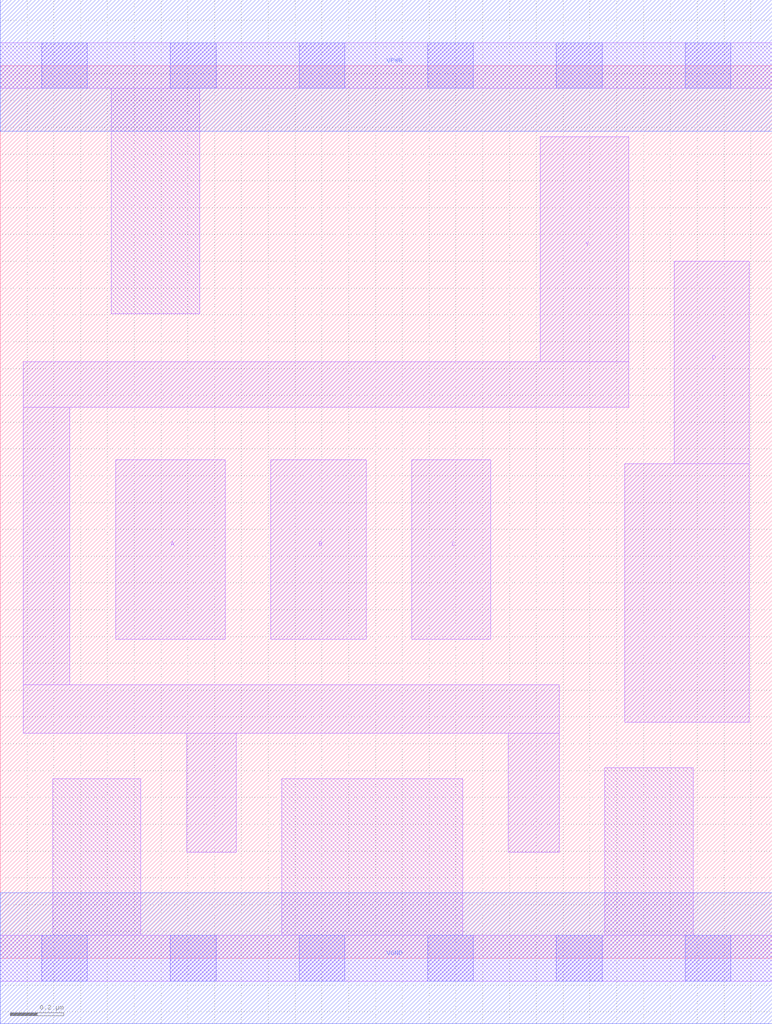
<source format=lef>
# Copyright 2020 The SkyWater PDK Authors
#
# Licensed under the Apache License, Version 2.0 (the "License");
# you may not use this file except in compliance with the License.
# You may obtain a copy of the License at
#
#     https://www.apache.org/licenses/LICENSE-2.0
#
# Unless required by applicable law or agreed to in writing, software
# distributed under the License is distributed on an "AS IS" BASIS,
# WITHOUT WARRANTIES OR CONDITIONS OF ANY KIND, either express or implied.
# See the License for the specific language governing permissions and
# limitations under the License.
#
# SPDX-License-Identifier: Apache-2.0

VERSION 5.7 ;
  NAMESCASESENSITIVE ON ;
  NOWIREEXTENSIONATPIN ON ;
  DIVIDERCHAR "/" ;
  BUSBITCHARS "[]" ;
UNITS
  DATABASE MICRONS 200 ;
END UNITS
MACRO sky130_fd_sc_lp__nor4_0
  CLASS CORE ;
  FOREIGN sky130_fd_sc_lp__nor4_0 ;
  ORIGIN  0.000000  0.000000 ;
  SIZE  2.880000 BY  3.330000 ;
  SYMMETRY X Y R90 ;
  SITE unit ;
  PIN A
    ANTENNAGATEAREA  0.159000 ;
    DIRECTION INPUT ;
    USE SIGNAL ;
    PORT
      LAYER li1 ;
        RECT 0.430000 1.190000 0.840000 1.860000 ;
    END
  END A
  PIN B
    ANTENNAGATEAREA  0.159000 ;
    DIRECTION INPUT ;
    USE SIGNAL ;
    PORT
      LAYER li1 ;
        RECT 1.010000 1.190000 1.365000 1.860000 ;
    END
  END B
  PIN C
    ANTENNAGATEAREA  0.159000 ;
    DIRECTION INPUT ;
    USE SIGNAL ;
    PORT
      LAYER li1 ;
        RECT 1.535000 1.190000 1.830000 1.860000 ;
    END
  END C
  PIN D
    ANTENNAGATEAREA  0.159000 ;
    DIRECTION INPUT ;
    USE SIGNAL ;
    PORT
      LAYER li1 ;
        RECT 2.330000 0.880000 2.795000 1.845000 ;
        RECT 2.515000 1.845000 2.795000 2.600000 ;
    END
  END D
  PIN Y
    ANTENNADIFFAREA  0.404800 ;
    DIRECTION OUTPUT ;
    USE SIGNAL ;
    PORT
      LAYER li1 ;
        RECT 0.085000 0.840000 2.085000 1.020000 ;
        RECT 0.085000 1.020000 0.260000 2.055000 ;
        RECT 0.085000 2.055000 2.345000 2.225000 ;
        RECT 0.695000 0.395000 0.880000 0.840000 ;
        RECT 1.895000 0.395000 2.085000 0.840000 ;
        RECT 2.015000 2.225000 2.345000 3.065000 ;
    END
  END Y
  PIN VGND
    DIRECTION INOUT ;
    USE GROUND ;
    PORT
      LAYER met1 ;
        RECT 0.000000 -0.245000 2.880000 0.245000 ;
    END
  END VGND
  PIN VPWR
    DIRECTION INOUT ;
    USE POWER ;
    PORT
      LAYER met1 ;
        RECT 0.000000 3.085000 2.880000 3.575000 ;
    END
  END VPWR
  OBS
    LAYER li1 ;
      RECT 0.000000 -0.085000 2.880000 0.085000 ;
      RECT 0.000000  3.245000 2.880000 3.415000 ;
      RECT 0.195000  0.085000 0.525000 0.670000 ;
      RECT 0.415000  2.405000 0.745000 3.245000 ;
      RECT 1.050000  0.085000 1.725000 0.670000 ;
      RECT 2.255000  0.085000 2.585000 0.710000 ;
    LAYER mcon ;
      RECT 0.155000 -0.085000 0.325000 0.085000 ;
      RECT 0.155000  3.245000 0.325000 3.415000 ;
      RECT 0.635000 -0.085000 0.805000 0.085000 ;
      RECT 0.635000  3.245000 0.805000 3.415000 ;
      RECT 1.115000 -0.085000 1.285000 0.085000 ;
      RECT 1.115000  3.245000 1.285000 3.415000 ;
      RECT 1.595000 -0.085000 1.765000 0.085000 ;
      RECT 1.595000  3.245000 1.765000 3.415000 ;
      RECT 2.075000 -0.085000 2.245000 0.085000 ;
      RECT 2.075000  3.245000 2.245000 3.415000 ;
      RECT 2.555000 -0.085000 2.725000 0.085000 ;
      RECT 2.555000  3.245000 2.725000 3.415000 ;
  END
END sky130_fd_sc_lp__nor4_0
END LIBRARY

</source>
